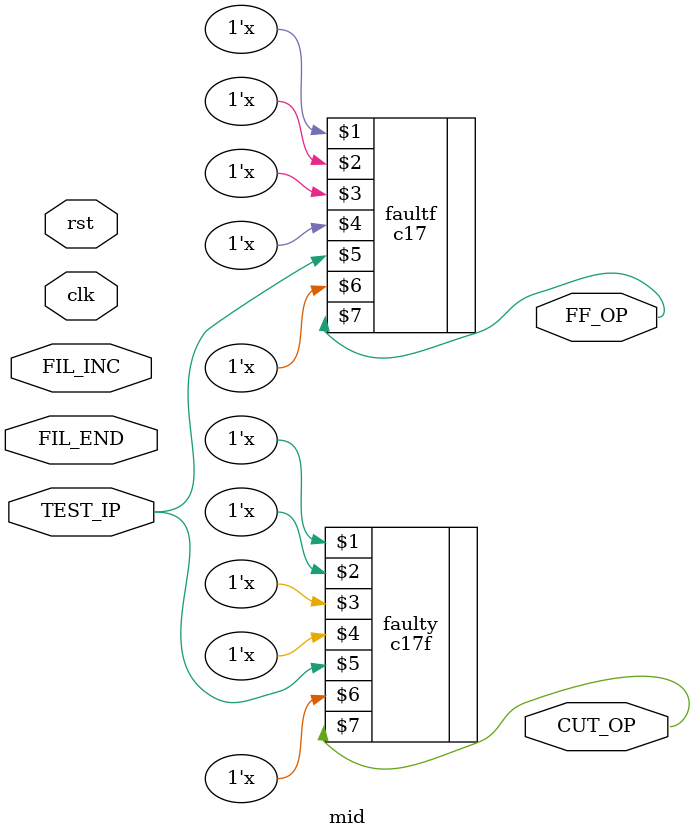
<source format=v>
/*
    Device Mid Section
    Consists of
        1. Fault Injection Logic (FIL)
        2. CUT - For Fault Injection
        3. CUT - Fault Free CUT

    Parameters:
        1. IN_BITS  : Number of Inputs / Input Bits
        2. OUT_BITS : Number of Outputs / Output Bits

    Inputs:
        1. clk      : Synchronizing Clock Input
        2. rst      : Asynch Reset (For FIL only)
        3. inc      : FIC Increment Signal (FIL injects New Fault in CUT when inc goes High)
        3. TEST_IP  : Input Test Pattern

    Outputs:
        1. CUT_OP   : Faulty Circuit Output
        2. FF_OP    : Fault Free Output

    Architecture:
        FIL, CUT1 and CUT2 are placed parallel, TEST_IP is given to both the CUTs. 
*/

`timescale 1ns/1ns

module mid
#(parameter IN_BITS = 1, parameter OUT_BITS = 1) 
(
    input clk,
    input rst,
    input FIL_INC,
    input FIL_END,
    input [IN_BITS-1:0] TEST_IP,
    output [OUT_BITS-1:0] CUT_OP, FF_OP
);
    
    // Python Script makes changes using "// Anchor" Comment
    // Make NO CHANGES in this block manually
    // Anchor
	c17f #() faulty(
		TEST_IP[4], TEST_IP[3], TEST_IP[2], TEST_IP[1], TEST_IP[0], CUT_OP[1], CUT_OP[0]
    );
	c17 #() faultf(
		TEST_IP[4], TEST_IP[3], TEST_IP[2], TEST_IP[1], TEST_IP[0], FF_OP[1], FF_OP[0]
    );
    // Block Ends
    
endmodule
</source>
